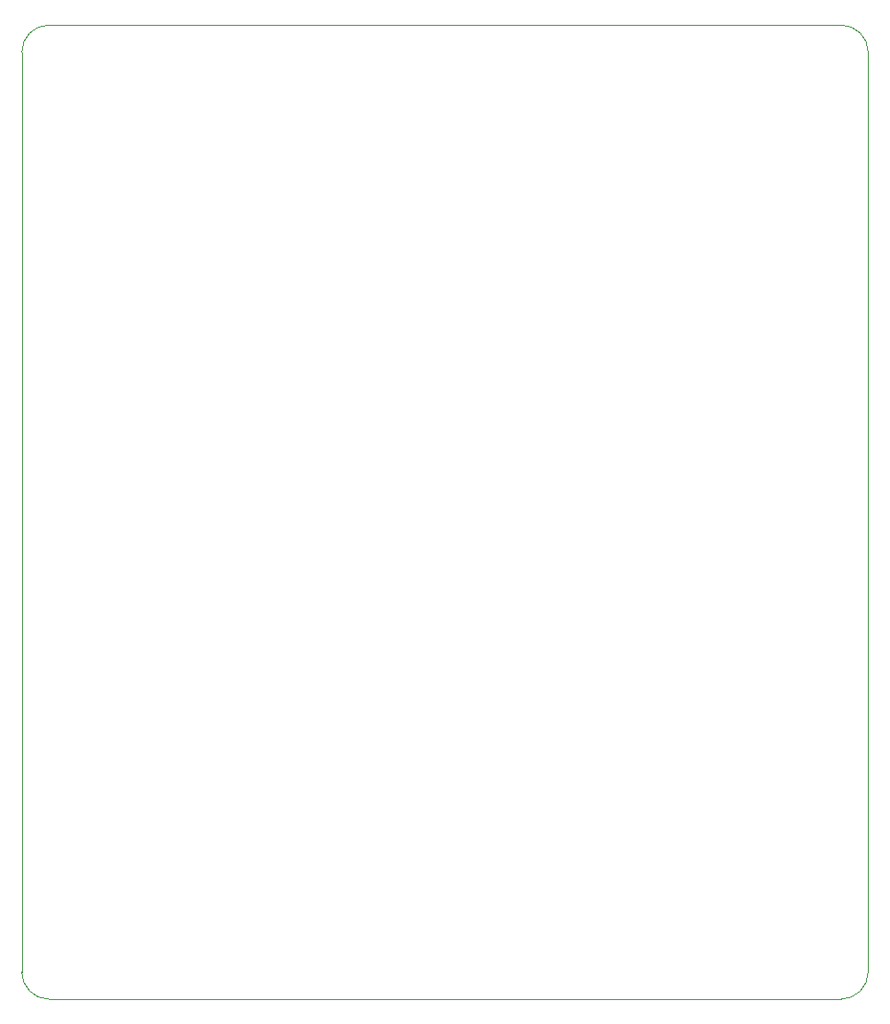
<source format=gbr>
%TF.GenerationSoftware,KiCad,Pcbnew,7.0.10*%
%TF.CreationDate,2024-06-26T03:26:06-03:00*%
%TF.ProjectId,board,626f6172-642e-46b6-9963-61645f706362,1.3*%
%TF.SameCoordinates,Original*%
%TF.FileFunction,Other,User*%
%FSLAX46Y46*%
G04 Gerber Fmt 4.6, Leading zero omitted, Abs format (unit mm)*
G04 Created by KiCad (PCBNEW 7.0.10) date 2024-06-26 03:26:06*
%MOMM*%
%LPD*%
G01*
G04 APERTURE LIST*
%ADD10C,0.100000*%
G04 APERTURE END LIST*
D10*
X182410800Y-127076200D02*
X109601000Y-127076200D01*
X182410800Y-37602800D02*
X109601000Y-37602800D01*
X109601000Y-37602800D02*
G75*
G03*
X107111800Y-40092000I0J-2489200D01*
G01*
X182410800Y-127076200D02*
G75*
G03*
X184900000Y-124587000I0J2489200D01*
G01*
X184900000Y-40092000D02*
X184900000Y-124587000D01*
X107111800Y-124587000D02*
G75*
G03*
X109601000Y-127076200I2489200J0D01*
G01*
X184900000Y-40092000D02*
G75*
G03*
X182410800Y-37602800I-2489200J0D01*
G01*
X107111800Y-40092000D02*
X107111800Y-124587000D01*
M02*

</source>
